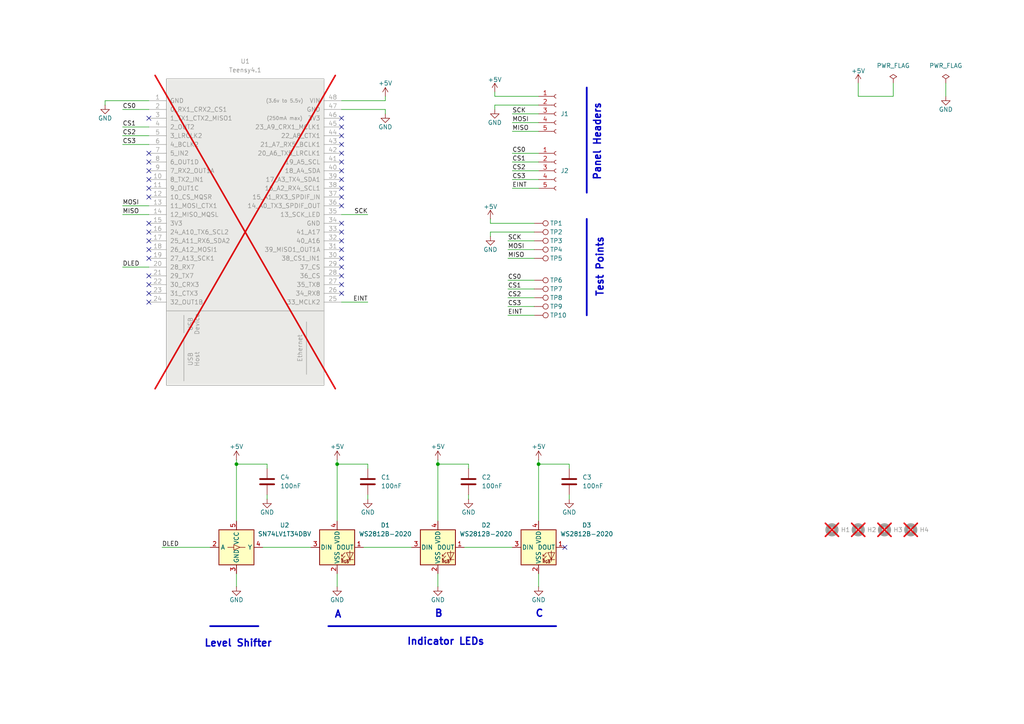
<source format=kicad_sch>
(kicad_sch (version 20250114) (generator "eeschema") (generator_version "9.0")
  (paper "A4")
  (title_block (title "${BoardName} V${Version}") (date "2025-10-02") (rev "${Revision}") (company "Reiser Lab"))
  (lib_symbols
    (symbol "Connector:Conn_01x05_Socket" (pin_names (offset 1.016) (hide yes))
      (property "Reference" "J" (at 0 7.62 0))
      (property "Value" "Conn_01x05_Socket" (at 0 -7.62 0))
      (symbol "Conn_01x05_Socket_1_1"
        (polyline (pts (xy -1.27 5.08) (xy -0.508 5.08)) (stroke (width 0.1524)))
        (polyline (pts (xy -1.27 2.54) (xy -0.508 2.54)) (stroke (width 0.1524)))
        (polyline (pts (xy -1.27 0) (xy -0.508 0)) (stroke (width 0.1524)))
        (polyline (pts (xy -1.27 -2.54) (xy -0.508 -2.54)) (stroke (width 0.1524)))
        (polyline (pts (xy -1.27 -5.08) (xy -0.508 -5.08)) (stroke (width 0.1524)))
        (arc (start 0 4.572) (mid -0.5058 5.08) (end 0 5.588) (stroke (width 0.1524)))
        (arc (start 0 2.032) (mid -0.5058 2.54) (end 0 3.048) (stroke (width 0.1524)))
        (arc (start 0 -0.508) (mid -0.5058 0) (end 0 0.508) (stroke (width 0.1524)))
        (arc (start 0 -3.048) (mid -0.5058 -2.54) (end 0 -2.032) (stroke (width 0.1524)))
        (arc (start 0 -5.588) (mid -0.5058 -5.08) (end 0 -4.572) (stroke (width 0.1524)))
        (pin passive line (at -5.08 5.08 0) (length 3.81) (name "Pin_1") (number "1"))
        (pin passive line (at -5.08 2.54 0) (length 3.81) (name "Pin_2") (number "2"))
        (pin passive line (at -5.08 0 0) (length 3.81) (name "Pin_3") (number "3"))
        (pin passive line (at -5.08 -2.54 0) (length 3.81) (name "Pin_4") (number "4"))
        (pin passive line (at -5.08 -5.08 0) (length 3.81) (name "Pin_5") (number "5"))
      )
    )
    (symbol "Connector:TestPoint" (pin_numbers (hide yes)) (pin_names (offset 0.762) (hide yes))
      (property "Reference" "TP" (at 0 6.858 0))
      (property "Value" "TestPoint" (at 0 5.08 0))
      (symbol "TestPoint_0_1"
        (circle (center 0 3.302) (radius 0.762))
      )
      (symbol "TestPoint_1_1"
        (pin passive line (at 0 0 90) (length 2.54) (name "1") (number "1"))
      )
    )
    (symbol "Device:C" (pin_numbers (hide yes)) (pin_names (offset 0.254))
      (property "Reference" "C" (at 0.635 2.54 0))
      (property "Value" "C" (at 0.635 -2.54 0))
      (symbol "C_0_1"
        (polyline (pts (xy -2.032 0.762) (xy 2.032 0.762)) (stroke (width 0.508)))
        (polyline (pts (xy -2.032 -0.762) (xy 2.032 -0.762)) (stroke (width 0.508)))
      )
      (symbol "C_1_1"
        (pin passive line (at 0 3.81 270) (length 2.794) (name "~") (number "1"))
        (pin passive line (at 0 -3.81 90) (length 2.794) (name "~") (number "2"))
      )
    )
    (symbol "LED:WS2812B-2020" (pin_names (offset 0.254))
      (property "Reference" "D" (at 5.08 5.715 0))
      (property "Value" "WS2812B-2020" (at 1.27 -5.715 0))
      (symbol "WS2812B-2020_0_0"
        (text "RGB" (at 2.286 -4.191 0) (effects (font (size 0.762 0.762))))
      )
      (symbol "WS2812B-2020_0_1"
        (polyline (pts (xy 1.27 -2.54) (xy 1.778 -2.54)))
        (polyline (pts (xy 1.27 -3.556) (xy 1.778 -3.556)))
        (polyline (pts (xy 2.286 -1.524) (xy 1.27 -2.54) (xy 1.27 -2.032)))
        (polyline (pts (xy 2.286 -2.54) (xy 1.27 -3.556) (xy 1.27 -3.048)))
        (polyline (pts (xy 3.683 -1.016) (xy 3.683 -3.556) (xy 3.683 -4.064)))
        (polyline (pts (xy 4.699 -1.524) (xy 2.667 -1.524) (xy 3.683 -3.556) (xy 4.699 -1.524)))
        (polyline (pts (xy 4.699 -3.556) (xy 2.667 -3.556)))
        (rectangle (start 5.08 5.08) (end -5.08 -5.08) (stroke (width 0.254)) (fill (type background)))
      )
      (symbol "WS2812B-2020_1_1"
        (pin input line (at -7.62 0 0) (length 2.54) (name "DIN") (number "3"))
        (pin power_in line (at 0 7.62 270) (length 2.54) (name "VDD") (number "4"))
        (pin power_in line (at 0 -7.62 90) (length 2.54) (name "VSS") (number "2"))
        (pin output line (at 7.62 0 180) (length 2.54) (name "DOUT") (number "1"))
      )
    )
    (symbol "Logic_LevelTranslator:SN74LV1T34DBV"
      (property "Reference" "U" (at 5.08 6.35 0))
      (property "Value" "SN74LV1T34DBV" (at 5.08 3.81 0))
      (symbol "SN74LV1T34DBV_0_1"
        (rectangle (start -5.08 5.08) (end 5.08 -5.08) (stroke (width 0.254)) (fill (type background)))
        (polyline (pts (xy -0.762 0) (xy -2.54 0)))
        (polyline (pts (xy 1.016 0) (xy 2.54 0)))
      )
      (symbol "SN74LV1T34DBV_1_1"
        (polyline (pts (xy -0.762 -0.762) (xy -0.762 0.762) (xy 1.016 0) (xy -0.762 -0.762)))
        (pin input line (at -7.62 0 0) (length 2.54) (name "A") (number "2"))
        (pin no_connect line (at -5.08 2.54 0) (length 2.54) (hide yes) (name "NC") (number "1"))
        (pin power_in line (at 0 7.62 270) (length 2.54) (name "VCC") (number "5"))
        (pin power_in line (at 0 -7.62 90) (length 2.54) (name "GND") (number "3"))
        (pin output line (at 7.62 0 180) (length 2.54) (name "Y") (number "4"))
      )
    )
    (symbol "Mechanical:MountingHole" (pin_names (offset 1.016)) (in_bom no)
      (property "Reference" "H" (at 0 5.08 0))
      (property "Value" "MountingHole" (at 0 3.175 0))
      (symbol "MountingHole_0_1"
        (circle (center 0 0) (radius 1.27) (stroke (width 1.27)))
      )
    )
    (symbol "power:+5V" (power) (pin_numbers (hide yes)) (pin_names (offset 0) (hide yes))
      (property "Value" "+5V" (at 0 3.556 0))
      (symbol "+5V_0_1"
        (polyline (pts (xy -0.762 1.27) (xy 0 2.54)))
        (polyline (pts (xy 0 2.54) (xy 0.762 1.27)))
        (polyline (pts (xy 0 0) (xy 0 2.54)))
      )
      (symbol "+5V_1_1"
        (pin power_in line (at 0 0 90) (length 0) (name "~") (number "1"))
      )
    )
    (symbol "power:GND" (power) (pin_numbers (hide yes)) (pin_names (offset 0) (hide yes))
      (property "Value" "GND" (at 0 -3.81 0))
      (symbol "GND_0_1"
        (polyline (pts (xy 0 0) (xy 0 -1.27) (xy 1.27 -1.27) (xy 0 -2.54) (xy -1.27 -1.27) (xy 0 -1.27)))
      )
      (symbol "GND_1_1"
        (pin power_in line (at 0 0 270) (length 0) (name "~") (number "1"))
      )
    )
    (symbol "power:PWR_FLAG" (power) (pin_numbers (hide yes)) (pin_names (offset 0) (hide yes))
      (property "Value" "PWR_FLAG" (at 0 3.81 0))
      (symbol "PWR_FLAG_0_0"
        (pin power_out line (at 0 0 90) (length 0) (name "~") (number "1"))
      )
      (symbol "PWR_FLAG_0_1"
        (polyline (pts (xy 0 0) (xy 0 1.27) (xy -1.016 1.905) (xy 0 2.54) (xy 1.016 1.905) (xy 0 1.27)))
      )
    )
    (symbol "teensy:Teensy4.1" (pin_names (offset 1.016))
      (property "Reference" "U" (at 0 64.77 0))
      (property "Value" "Teensy4.1" (at 0 62.23 0))
      (symbol "Teensy4.1_0_0"
        (polyline (pts (xy -22.86 -6.35) (xy 22.86 -6.35)))
        (polyline (pts (xy -17.78 -7.62) (xy -17.78 -12.7)))
        (polyline (pts (xy -17.78 -26.67) (xy -17.78 -13.97)))
        (polyline (pts (xy 17.78 -9.525) (xy 17.78 -24.765)))
        (text "USB" (at -15.875 -10.16 900) (effects (font (size 1.27 1.27))))
        (text "USB" (at -15.875 -20.32 900) (effects (font (size 1.27 1.27))))
        (text "Device" (at -13.97 -10.16 900) (effects (font (size 1.27 1.27))))
        (text "Host" (at -13.97 -20.32 900) (effects (font (size 1.27 1.27))))
        (text "(3.6v to 5.5v)" (at 11.43 54.61 0) (effects (font (size 1.016 1.016))))
        (text "(250mA max)" (at 11.43 49.53 0) (effects (font (size 1.016 1.016))))
        (text "Ethernet" (at 15.875 -17.145 900) (effects (font (size 1.27 1.27))))
        (pin bidirectional line (at -27.94 44.45 0) (length 5.08) (name "3_LRCLK2") (number "5"))
        (pin bidirectional line (at -27.94 41.91 0) (length 5.08) (name "4_BCLK2") (number "6"))
        (pin bidirectional line (at -27.94 39.37 0) (length 5.08) (name "5_IN2") (number "7"))
        (pin bidirectional line (at -27.94 36.83 0) (length 5.08) (name "6_OUT1D") (number "8"))
        (pin bidirectional line (at -27.94 34.29 0) (length 5.08) (name "7_RX2_OUT1A") (number "9"))
        (pin bidirectional line (at -27.94 31.75 0) (length 5.08) (name "8_TX2_IN1") (number "10"))
        (pin bidirectional line (at -27.94 29.21 0) (length 5.08) (name "9_OUT1C") (number "11"))
        (pin bidirectional line (at -27.94 26.67 0) (length 5.08) (name "10_CS_MQSR") (number "12"))
        (pin bidirectional line (at -27.94 24.13 0) (length 5.08) (name "11_MOSI_CTX1") (number "13"))
        (pin bidirectional line (at -27.94 21.59 0) (length 5.08) (name "12_MISO_MQSL") (number "14"))
        (pin power_in line (at -27.94 19.05 0) (length 5.08) (name "3V3") (number "15"))
        (pin bidirectional line (at -27.94 16.51 0) (length 5.08) (name "24_A10_TX6_SCL2") (number "16"))
        (pin bidirectional line (at -27.94 13.97 0) (length 5.08) (name "25_A11_RX6_SDA2") (number "17"))
        (pin bidirectional line (at -27.94 11.43 0) (length 5.08) (name "26_A12_MOSI1") (number "18"))
        (pin bidirectional line (at -27.94 8.89 0) (length 5.08) (name "27_A13_SCK1") (number "19"))
        (pin bidirectional line (at -27.94 6.35 0) (length 5.08) (name "28_RX7") (number "20"))
        (pin bidirectional line (at -27.94 3.81 0) (length 5.08) (name "29_TX7") (number "21"))
        (pin bidirectional line (at -27.94 1.27 0) (length 5.08) (name "30_CRX3") (number "22"))
        (pin bidirectional line (at -27.94 -1.27 0) (length 5.08) (name "31_CTX3") (number "23"))
        (pin bidirectional line (at -27.94 -3.81 0) (length 5.08) (name "32_OUT1B") (number "24"))
        (pin power_in line (at 27.94 54.61 180) (length 5.08) (name "VIN") (number "48"))
        (pin bidirectional line (at 27.94 46.99 180) (length 5.08) (name "23_A9_CRX1_MCLK1") (number "45"))
        (pin bidirectional line (at 27.94 44.45 180) (length 5.08) (name "22_A8_CTX1") (number "44"))
        (pin bidirectional line (at 27.94 41.91 180) (length 5.08) (name "21_A7_RX5_BCLK1") (number "43"))
        (pin bidirectional line (at 27.94 39.37 180) (length 5.08) (name "20_A6_TX5_LRCLK1") (number "42"))
        (pin bidirectional line (at 27.94 36.83 180) (length 5.08) (name "19_A5_SCL") (number "41"))
        (pin bidirectional line (at 27.94 34.29 180) (length 5.08) (name "18_A4_SDA") (number "40"))
        (pin bidirectional line (at 27.94 31.75 180) (length 5.08) (name "17_A3_TX4_SDA1") (number "39"))
        (pin bidirectional line (at 27.94 29.21 180) (length 5.08) (name "16_A2_RX4_SCL1") (number "38"))
        (pin bidirectional line (at 27.94 26.67 180) (length 5.08) (name "15_A1_RX3_SPDIF_IN") (number "37"))
        (pin bidirectional line (at 27.94 24.13 180) (length 5.08) (name "14_A0_TX3_SPDIF_OUT") (number "36"))
        (pin bidirectional line (at 27.94 21.59 180) (length 5.08) (name "13_SCK_LED") (number "35"))
        (pin bidirectional line (at 27.94 16.51 180) (length 5.08) (name "41_A17") (number "33"))
        (pin bidirectional line (at 27.94 13.97 180) (length 5.08) (name "40_A16") (number "32"))
        (pin bidirectional line (at 27.94 11.43 180) (length 5.08) (name "39_MISO1_OUT1A") (number "31"))
        (pin bidirectional line (at 27.94 8.89 180) (length 5.08) (name "38_CS1_IN1") (number "30"))
        (pin bidirectional line (at 27.94 6.35 180) (length 5.08) (name "37_CS") (number "29"))
        (pin bidirectional line (at 27.94 3.81 180) (length 5.08) (name "36_CS") (number "28"))
        (pin bidirectional line (at 27.94 1.27 180) (length 5.08) (name "35_TX8") (number "27"))
        (pin bidirectional line (at 27.94 -1.27 180) (length 5.08) (name "34_RX8") (number "26"))
        (pin bidirectional line (at 27.94 -3.81 180) (length 5.08) (name "33_MCLK2") (number "25"))
      )
      (symbol "Teensy4.1_0_1"
        (rectangle (start -20.32 -1.27) (end -20.32 -1.27))
      )
      (symbol "Teensy4.1_1_0"
        (pin power_in line (at 27.94 52.07 180) (length 5.08) (name "GND") (number "47"))
        (pin power_out line (at 27.94 49.53 180) (length 5.08) (name "3V3") (number "46"))
      )
      (symbol "Teensy4.1_1_1"
        (rectangle (start -22.86 60.96) (end 22.86 -27.94) (fill (type background)))
        (pin power_in line (at -27.94 54.61 0) (length 5.08) (name "GND") (number "1"))
        (pin bidirectional line (at -27.94 52.07 0) (length 5.08) (name "0_RX1_CRX2_CS1") (number "2"))
        (pin bidirectional line (at -27.94 49.53 0) (length 5.08) (name "1_TX1_CTX2_MISO1") (number "3"))
        (pin bidirectional line (at -27.94 46.99 0) (length 5.08) (name "2_OUT2") (number "4"))
        (pin power_in line (at 27.94 19.05 180) (length 5.08) (name "GND") (number "34"))
      )
    )
  )
  (text "Test Points" (at 173.99 77.47 90) (effects (font (size 2.032 2.032) (thickness 0.4064) (bold yes))))
  (text "C" (at 156.464 178.054 0) (effects (font (size 2.032 2.032) (thickness 0.4064) (bold yes))))
  (text "Indicator LEDs" (at 129.286 186.182 0) (effects (font (size 2.032 2.032) (thickness 0.4064) (bold yes))))
  (text "B" (at 127.254 178.054 0) (effects (font (size 2.032 2.032) (thickness 0.4064) (bold yes))))
  (text "Panel Headers" (at 173.228 41.148 90) (effects (font (size 2.032 2.032) (thickness 0.4064) (bold yes))))
  (text "A" (at 98.044 178.308 0) (effects (font (size 2.032 2.032) (thickness 0.4064) (bold yes))))
  (text "Level Shifter" (at 69.088 186.69 0) (effects (font (size 2.032 2.032) (thickness 0.4064) (bold yes))))
  (junction (at 97.79 134.62))
  (junction (at 156.21 134.62))
  (junction (at 127 134.62))
  (junction (at 68.58 134.62))
  (no_connect (at 99.06 77.47))
  (no_connect (at 99.06 69.85))
  (no_connect (at 43.18 72.39))
  (no_connect (at 43.18 87.63))
  (no_connect (at 43.18 64.77))
  (no_connect (at 99.06 39.37))
  (no_connect (at 99.06 59.69))
  (no_connect (at 99.06 54.61))
  (no_connect (at 99.06 41.91))
  (no_connect (at 99.06 85.09))
  (no_connect (at 99.06 64.77))
  (no_connect (at 99.06 52.07))
  (no_connect (at 43.18 69.85))
  (no_connect (at 43.18 46.99))
  (no_connect (at 43.18 74.93))
  (no_connect (at 99.06 46.99))
  (no_connect (at 43.18 52.07))
  (no_connect (at 99.06 72.39))
  (no_connect (at 99.06 67.31))
  (no_connect (at 43.18 82.55))
  (no_connect (at 99.06 44.45))
  (no_connect (at 99.06 80.01))
  (no_connect (at 43.18 49.53))
  (no_connect (at 43.18 44.45))
  (no_connect (at 43.18 67.31))
  (no_connect (at 99.06 82.55))
  (no_connect (at 43.18 80.01))
  (no_connect (at 99.06 57.15))
  (no_connect (at 163.83 158.75))
  (no_connect (at 99.06 74.93))
  (no_connect (at 99.06 49.53))
  (no_connect (at 43.18 85.09))
  (no_connect (at 99.06 36.83))
  (no_connect (at 99.06 34.29))
  (no_connect (at 43.18 34.29))
  (no_connect (at 43.18 54.61))
  (no_connect (at 43.18 57.15))
  (wire (pts (xy 148.59 38.1) (xy 156.21 38.1)))
  (wire (pts (xy 147.32 69.85) (xy 154.94 69.85)))
  (wire (pts (xy 148.59 54.61) (xy 156.21 54.61)))
  (wire (pts (xy 156.21 134.62) (xy 165.1 134.62)))
  (wire (pts (xy 35.56 59.69) (xy 43.18 59.69)))
  (wire (pts (xy 148.59 44.45) (xy 156.21 44.45)))
  (wire (pts (xy 142.24 67.31) (xy 142.24 68.58)))
  (wire (pts (xy 147.32 81.28) (xy 154.94 81.28)))
  (wire (pts (xy 135.89 134.62) (xy 135.89 135.89)))
  (wire (pts (xy 165.1 134.62) (xy 165.1 135.89)))
  (wire (pts (xy 77.47 143.51) (xy 77.47 144.78)))
  (wire (pts (xy 97.79 166.37) (xy 97.79 170.18)))
  (wire (pts (xy 99.06 62.23) (xy 106.68 62.23)))
  (wire (pts (xy 259.08 24.13) (xy 259.08 27.94)))
  (wire (pts (xy 156.21 133.35) (xy 156.21 134.62)))
  (wire (pts (xy 99.06 87.63) (xy 106.68 87.63)))
  (wire (pts (xy 127 133.35) (xy 127 134.62)))
  (wire (pts (xy 105.41 158.75) (xy 119.38 158.75)))
  (wire (pts (xy 248.92 24.13) (xy 248.92 27.94)))
  (wire (pts (xy 143.51 30.48) (xy 143.51 31.75)))
  (wire (pts (xy 97.79 133.35) (xy 97.79 134.62)))
  (wire (pts (xy 127 166.37) (xy 127 170.18)))
  (wire (pts (xy 111.76 31.75) (xy 99.06 31.75)))
  (wire (pts (xy 147.32 88.9) (xy 154.94 88.9)))
  (wire (pts (xy 111.76 31.75) (xy 111.76 33.02)))
  (wire (pts (xy 147.32 83.82) (xy 154.94 83.82)))
  (wire (pts (xy 127 134.62) (xy 135.89 134.62)))
  (polyline (pts (xy 170.18 25.4) (xy 170.18 55.88)) (stroke (width 0.508) (type solid)))
  (wire (pts (xy 148.59 46.99) (xy 156.21 46.99)))
  (polyline (pts (xy 170.18 63.5) (xy 170.18 91.44)) (stroke (width 0.508) (type solid)))
  (wire (pts (xy 156.21 134.62) (xy 156.21 151.13)))
  (wire (pts (xy 97.79 134.62) (xy 106.68 134.62)))
  (wire (pts (xy 46.99 158.75) (xy 60.96 158.75)))
  (wire (pts (xy 148.59 35.56) (xy 156.21 35.56)))
  (wire (pts (xy 154.94 64.77) (xy 142.24 64.77)))
  (wire (pts (xy 35.56 77.47) (xy 43.18 77.47)))
  (wire (pts (xy 68.58 134.62) (xy 68.58 151.13)))
  (wire (pts (xy 30.48 29.21) (xy 30.48 30.48)))
  (wire (pts (xy 147.32 72.39) (xy 154.94 72.39)))
  (wire (pts (xy 134.62 158.75) (xy 148.59 158.75)))
  (wire (pts (xy 148.59 49.53) (xy 156.21 49.53)))
  (wire (pts (xy 147.32 91.44) (xy 154.94 91.44)))
  (wire (pts (xy 148.59 33.02) (xy 156.21 33.02)))
  (wire (pts (xy 35.56 39.37) (xy 43.18 39.37)))
  (wire (pts (xy 35.56 31.75) (xy 43.18 31.75)))
  (wire (pts (xy 143.51 30.48) (xy 156.21 30.48)))
  (polyline (pts (xy 60.96 181.61) (xy 74.93 181.61)) (stroke (width 0.508) (type solid)))
  (wire (pts (xy 274.32 24.13) (xy 274.32 27.94)))
  (wire (pts (xy 143.51 26.67) (xy 143.51 27.94)))
  (wire (pts (xy 147.32 74.93) (xy 154.94 74.93)))
  (wire (pts (xy 165.1 143.51) (xy 165.1 144.78)))
  (wire (pts (xy 135.89 143.51) (xy 135.89 144.78)))
  (wire (pts (xy 77.47 134.62) (xy 77.47 135.89)))
  (wire (pts (xy 99.06 29.21) (xy 111.76 29.21)))
  (wire (pts (xy 147.32 86.36) (xy 154.94 86.36)))
  (wire (pts (xy 76.2 158.75) (xy 90.17 158.75)))
  (wire (pts (xy 148.59 52.07) (xy 156.21 52.07)))
  (wire (pts (xy 35.56 36.83) (xy 43.18 36.83)))
  (polyline (pts (xy 95.25 181.61) (xy 161.29 181.61)) (stroke (width 0.508) (type solid)))
  (wire (pts (xy 106.68 143.51) (xy 106.68 144.78)))
  (wire (pts (xy 111.76 27.94) (xy 111.76 29.21)))
  (wire (pts (xy 35.56 62.23) (xy 43.18 62.23)))
  (wire (pts (xy 259.08 27.94) (xy 248.92 27.94)))
  (wire (pts (xy 97.79 134.62) (xy 97.79 151.13)))
  (wire (pts (xy 68.58 166.37) (xy 68.58 170.18)))
  (wire (pts (xy 68.58 134.62) (xy 77.47 134.62)))
  (wire (pts (xy 35.56 41.91) (xy 43.18 41.91)))
  (wire (pts (xy 142.24 67.31) (xy 154.94 67.31)))
  (wire (pts (xy 30.48 29.21) (xy 43.18 29.21)))
  (wire (pts (xy 142.24 63.5) (xy 142.24 64.77)))
  (wire (pts (xy 156.21 166.37) (xy 156.21 170.18)))
  (wire (pts (xy 156.21 27.94) (xy 143.51 27.94)))
  (wire (pts (xy 127 134.62) (xy 127 151.13)))
  (wire (pts (xy 106.68 134.62) (xy 106.68 135.89)))
  (wire (pts (xy 68.58 133.35) (xy 68.58 134.62)))
  (label "EINT" (at 148.59 54.61 0))
  (label "SCK" (at 106.68 62.23 180))
  (label "EINT" (at 106.68 87.63 180))
  (label "DLED" (at 46.99 158.75 0))
  (label "MISO" (at 147.32 74.93 0))
  (label "CS2" (at 35.56 39.37 0))
  (label "EINT" (at 147.32 91.44 0))
  (label "SCK" (at 147.32 69.85 0))
  (label "CS2" (at 148.59 49.53 0))
  (label "CS2" (at 147.32 86.36 0))
  (label "CS0" (at 147.32 81.28 0))
  (label "MISO" (at 148.59 38.1 0))
  (label "SCK" (at 148.59 33.02 0))
  (label "CS0" (at 148.59 44.45 0))
  (label "CS3" (at 148.59 52.07 0))
  (label "CS1" (at 147.32 83.82 0))
  (label "CS3" (at 147.32 88.9 0))
  (label "CS1" (at 148.59 46.99 0))
  (label "MISO" (at 35.56 62.23 0))
  (label "CS3" (at 35.56 41.91 0))
  (label "DLED" (at 35.56 77.47 0))
  (label "MOSI" (at 147.32 72.39 0))
  (label "MOSI" (at 148.59 35.56 0))
  (label "MOSI" (at 35.56 59.69 0))
  (label "CS1" (at 35.56 36.83 0))
  (label "CS0" (at 35.56 31.75 0))
  (symbol (lib_id "Device:C") (at 165.1 139.7 0) (unit 1)
    (property "Reference" "C3" (at 168.91 138.4299 0) (effects (justify left)))
    (property "Value" "100nF" (at 168.91 140.9699 0) (effects (justify left)))
    (property "Footprint" "Capacitor_SMD:C_0402_1005Metric" (effects (hide yes)))
    (property "Description" "Unpolarized capacitor" (effects (hide yes)))
    (property "LCSC Part #" "C1525" (effects (hide yes)))
  )
  (symbol (lib_id "Mechanical:MountingHole") (at 264.16 153.67 0) (unit 1) (in_bom no) (dnp yes)
    (property "Reference" "H4" (at 266.7 153.6699 0) (effects (justify left)))
    (property "Value" "MountingHole" (effects (hide yes)))
    (property "Footprint" "MountingHole:MountingHole_3.2mm_M3" (effects (hide yes)))
    (property "Description" "Mounting Hole without connection" (effects (hide yes)))
  )
  (symbol (lib_id "power:GND") (at 142.24 68.58 0) (unit 1)
    (property "Reference" "#PWR015" (effects (hide yes)))
    (property "Value" "GND" (at 142.24 72.39 0))
    (property "Description" "Power symbol creates a global label with name \"GND\" , ground" (effects (hide yes)))
  )
  (symbol (lib_id "LED:WS2812B-2020") (at 156.21 158.75 0) (unit 1)
    (property "Reference" "D3" (at 170.18 152.3298 0))
    (property "Value" "WS2812B-2020" (at 170.18 154.8698 0))
    (property "Footprint" "LED_SMD:LED_WS2812B-2020_PLCC4_2.0x2.0mm" (effects (hide yes)))
    (property "Datasheet" "https://cdn-shop.adafruit.com/product-files/4684/4684_WS2812B-2020_V1.3_EN.pdf" (effects (hide yes)))
    (property "Description" "RGB LED with integrated controller, 2.0 x 2.0 mm, 12 mA" (effects (hide yes)))
    (property "LCSC Part #" "C965555" (effects (hide yes)))
  )
  (symbol (lib_id "Connector:TestPoint") (at 154.94 81.28 270) (unit 1)
    (property "Reference" "TP6" (at 159.512 81.28 90) (effects (justify left)))
    (property "Value" "TestPoint" (effects (hide yes)))
    (property "Footprint" "TestPoint:TestPoint_THTPad_D2.0mm_Drill1.0mm" (effects (hide yes)))
    (property "Description" "test point" (effects (hide yes)))
    (property "LCSC Part #" "C238122" (effects (hide yes)))
  )
  (symbol (lib_id "power:+5V") (at 248.92 24.13 0) (mirror y) (unit 1)
    (property "Reference" "#PWR013" (effects (hide yes)))
    (property "Value" "+5V" (at 248.92 20.574 0))
    (property "Description" "Power symbol creates a global label with name \"+5V\"" (effects (hide yes)))
  )
  (symbol (lib_id "LED:WS2812B-2020") (at 127 158.75 0) (unit 1)
    (property "Reference" "D2" (at 140.97 152.3298 0))
    (property "Value" "WS2812B-2020" (at 140.97 154.8698 0))
    (property "Footprint" "LED_SMD:LED_WS2812B-2020_PLCC4_2.0x2.0mm" (effects (hide yes)))
    (property "Datasheet" "https://cdn-shop.adafruit.com/product-files/4684/4684_WS2812B-2020_V1.3_EN.pdf" (effects (hide yes)))
    (property "Description" "RGB LED with integrated controller, 2.0 x 2.0 mm, 12 mA" (effects (hide yes)))
    (property "LCSC Part #" "C965555" (effects (hide yes)))
  )
  (symbol (lib_id "power:GND") (at 111.76 33.02 0) (mirror y) (unit 1)
    (property "Reference" "#PWR012" (effects (hide yes)))
    (property "Value" "GND" (at 111.76 36.83 0))
    (property "Description" "Power symbol creates a global label with name \"GND\" , ground" (effects (hide yes)))
  )
  (symbol (lib_id "Connector:Conn_01x05_Socket") (at 161.29 49.53 0) (unit 1)
    (property "Reference" "J2" (at 162.56 49.5299 0) (effects (justify left)))
    (property "Value" "Conn_01x05_Socket" (effects (hide yes)))
    (property "Footprint" "Connector_PinHeader_2.54mm:PinHeader_1x05_P2.54mm_Vertical" (effects (hide yes)))
    (property "Description" "Generic connector, single row, 01x05, script generated" (effects (hide yes)))
    (property "LCSC Part #" "C50950" (effects (hide yes)))
    (property "FT Rotation Offset" "-90" (effects (hide yes)))
  )
  (symbol (lib_id "Connector:TestPoint") (at 154.94 86.36 270) (unit 1)
    (property "Reference" "TP8" (at 159.512 86.36 90) (effects (justify left)))
    (property "Value" "TestPoint" (effects (hide yes)))
    (property "Footprint" "TestPoint:TestPoint_THTPad_D2.0mm_Drill1.0mm" (effects (hide yes)))
    (property "Description" "test point" (effects (hide yes)))
    (property "LCSC Part #" "C238122" (effects (hide yes)))
  )
  (symbol (lib_id "Connector:TestPoint") (at 154.94 69.85 270) (unit 1)
    (property "Reference" "TP3" (at 159.512 69.85 90) (effects (justify left)))
    (property "Value" "TestPoint" (effects (hide yes)))
    (property "Footprint" "TestPoint:TestPoint_THTPad_D2.0mm_Drill1.0mm" (effects (hide yes)))
    (property "Description" "test point" (effects (hide yes)))
    (property "LCSC Part #" "C238122" (effects (hide yes)))
  )
  (symbol (lib_id "power:GND") (at 30.48 30.48 0) (unit 1)
    (property "Reference" "#PWR01" (effects (hide yes)))
    (property "Value" "GND" (at 30.48 34.29 0))
    (property "Description" "Power symbol creates a global label with name \"GND\" , ground" (effects (hide yes)))
  )
  (symbol (lib_id "Connector:TestPoint") (at 154.94 72.39 270) (unit 1)
    (property "Reference" "TP4" (at 159.512 72.39 90) (effects (justify left)))
    (property "Value" "TestPoint" (effects (hide yes)))
    (property "Footprint" "TestPoint:TestPoint_THTPad_D2.0mm_Drill1.0mm" (effects (hide yes)))
    (property "Description" "test point" (effects (hide yes)))
    (property "LCSC Part #" "C238122" (effects (hide yes)))
  )
  (symbol (lib_id "Device:C") (at 135.89 139.7 0) (unit 1)
    (property "Reference" "C2" (at 139.7 138.4299 0) (effects (justify left)))
    (property "Value" "100nF" (at 139.7 140.9699 0) (effects (justify left)))
    (property "Footprint" "Capacitor_SMD:C_0402_1005Metric" (effects (hide yes)))
    (property "Description" "Unpolarized capacitor" (effects (hide yes)))
    (property "LCSC Part #" "C1525" (effects (hide yes)))
  )
  (symbol (lib_id "LED:WS2812B-2020") (at 97.79 158.75 0) (unit 1)
    (property "Reference" "D1" (at 111.76 152.3298 0))
    (property "Value" "WS2812B-2020" (at 111.76 154.8698 0))
    (property "Footprint" "LED_SMD:LED_WS2812B-2020_PLCC4_2.0x2.0mm" (effects (hide yes)))
    (property "Datasheet" "https://cdn-shop.adafruit.com/product-files/4684/4684_WS2812B-2020_V1.3_EN.pdf" (effects (hide yes)))
    (property "Description" "RGB LED with integrated controller, 2.0 x 2.0 mm, 12 mA" (effects (hide yes)))
    (property "LCSC Part #" "C965555" (effects (hide yes)))
  )
  (symbol (lib_id "Connector:TestPoint") (at 154.94 91.44 270) (unit 1)
    (property "Reference" "TP10" (at 159.512 91.44 90) (effects (justify left)))
    (property "Value" "TestPoint" (effects (hide yes)))
    (property "Footprint" "TestPoint:TestPoint_THTPad_D2.0mm_Drill1.0mm" (effects (hide yes)))
    (property "Description" "test point" (effects (hide yes)))
    (property "LCSC Part #" "C238122" (effects (hide yes)))
  )
  (symbol (lib_id "power:+5V") (at 68.58 133.35 0) (unit 1)
    (property "Reference" "#PWR020" (effects (hide yes)))
    (property "Value" "+5V" (at 68.58 129.54 0))
    (property "Description" "Power symbol creates a global label with name \"+5V\"" (effects (hide yes)))
  )
  (symbol (lib_id "power:+5V") (at 111.76 27.94 0) (unit 1)
    (property "Reference" "#PWR011" (effects (hide yes)))
    (property "Value" "+5V" (at 111.76 24.13 0))
    (property "Description" "Power symbol creates a global label with name \"+5V\"" (effects (hide yes)))
  )
  (symbol (lib_id "power:PWR_FLAG") (at 259.08 24.13 0) (unit 1)
    (property "Reference" "#FLG01" (effects (hide yes)))
    (property "Value" "PWR_FLAG" (at 259.08 19.05 0))
    (property "Description" "Special symbol for telling ERC where power comes from" (effects (hide yes)))
  )
  (symbol (lib_id "power:GND") (at 274.32 27.94 0) (unit 1)
    (property "Reference" "#PWR018" (effects (hide yes)))
    (property "Value" "GND" (at 274.32 31.75 0))
    (property "Description" "Power symbol creates a global label with name \"GND\" , ground" (effects (hide yes)))
  )
  (symbol (lib_id "power:GND") (at 135.89 144.78 0) (unit 1)
    (property "Reference" "#PWR07" (effects (hide yes)))
    (property "Value" "GND" (at 135.89 148.59 0))
    (property "Description" "Power symbol creates a global label with name \"GND\" , ground" (effects (hide yes)))
  )
  (symbol (lib_id "power:GND") (at 127 170.18 0) (unit 1)
    (property "Reference" "#PWR06" (effects (hide yes)))
    (property "Value" "GND" (at 127 173.99 0))
    (property "Description" "Power symbol creates a global label with name \"GND\" , ground" (effects (hide yes)))
  )
  (symbol (lib_id "Connector:TestPoint") (at 154.94 67.31 270) (unit 1)
    (property "Reference" "TP2" (at 159.512 67.31 90) (effects (justify left)))
    (property "Value" "TestPoint" (effects (hide yes)))
    (property "Footprint" "TestPoint:TestPoint_THTPad_D2.0mm_Drill1.0mm" (effects (hide yes)))
    (property "Description" "test point" (effects (hide yes)))
    (property "LCSC Part #" "C238122" (effects (hide yes)))
  )
  (symbol (lib_id "power:GND") (at 106.68 144.78 0) (unit 1)
    (property "Reference" "#PWR04" (effects (hide yes)))
    (property "Value" "GND" (at 106.68 148.59 0))
    (property "Description" "Power symbol creates a global label with name \"GND\" , ground" (effects (hide yes)))
  )
  (symbol (lib_id "Device:C") (at 77.47 139.7 0) (unit 1)
    (property "Reference" "C4" (at 81.28 138.4299 0) (effects (justify left)))
    (property "Value" "100nF" (at 81.28 140.9699 0) (effects (justify left)))
    (property "Footprint" "Capacitor_SMD:C_0402_1005Metric" (effects (hide yes)))
    (property "Description" "Unpolarized capacitor" (effects (hide yes)))
    (property "LCSC Part #" "C1525" (effects (hide yes)))
  )
  (symbol (lib_id "power:+5V") (at 143.51 26.67 0) (mirror y) (unit 1)
    (property "Reference" "#PWR016" (effects (hide yes)))
    (property "Value" "+5V" (at 143.51 23.114 0))
    (property "Description" "Power symbol creates a global label with name \"+5V\"" (effects (hide yes)))
  )
  (symbol (lib_id "power:+5V") (at 142.24 63.5 0) (mirror y) (unit 1)
    (property "Reference" "#PWR014" (effects (hide yes)))
    (property "Value" "+5V" (at 142.24 59.944 0))
    (property "Description" "Power symbol creates a global label with name \"+5V\"" (effects (hide yes)))
  )
  (symbol (lib_id "Connector:TestPoint") (at 154.94 74.93 270) (unit 1)
    (property "Reference" "TP5" (at 159.512 74.93 90) (effects (justify left)))
    (property "Value" "TestPoint" (effects (hide yes)))
    (property "Footprint" "TestPoint:TestPoint_THTPad_D2.0mm_Drill1.0mm" (effects (hide yes)))
    (property "Description" "test point" (effects (hide yes)))
    (property "LCSC Part #" "C238122" (effects (hide yes)))
  )
  (symbol (lib_id "power:+5V") (at 156.21 133.35 0) (unit 1)
    (property "Reference" "#PWR08" (effects (hide yes)))
    (property "Value" "+5V" (at 156.21 129.54 0))
    (property "Description" "Power symbol creates a global label with name \"+5V\"" (effects (hide yes)))
  )
  (symbol (lib_id "Mechanical:MountingHole") (at 241.3 153.67 0) (unit 1) (in_bom no) (dnp yes)
    (property "Reference" "H1" (at 243.84 153.6699 0) (effects (justify left)))
    (property "Value" "MountingHole" (effects (hide yes)))
    (property "Footprint" "MountingHole:MountingHole_3.2mm_M3" (effects (hide yes)))
    (property "Description" "Mounting Hole without connection" (effects (hide yes)))
  )
  (symbol (lib_id "power:GND") (at 97.79 170.18 0) (unit 1)
    (property "Reference" "#PWR03" (effects (hide yes)))
    (property "Value" "GND" (at 97.79 173.99 0))
    (property "Description" "Power symbol creates a global label with name \"GND\" , ground" (effects (hide yes)))
  )
  (symbol (lib_id "Connector:TestPoint") (at 154.94 88.9 270) (unit 1)
    (property "Reference" "TP9" (at 159.512 88.9 90) (effects (justify left)))
    (property "Value" "TestPoint" (effects (hide yes)))
    (property "Footprint" "TestPoint:TestPoint_THTPad_D2.0mm_Drill1.0mm" (effects (hide yes)))
    (property "Description" "test point" (effects (hide yes)))
    (property "LCSC Part #" "C238122" (effects (hide yes)))
  )
  (symbol (lib_id "power:GND") (at 156.21 170.18 0) (unit 1)
    (property "Reference" "#PWR09" (effects (hide yes)))
    (property "Value" "GND" (at 156.21 173.99 0))
    (property "Description" "Power symbol creates a global label with name \"GND\" , ground" (effects (hide yes)))
  )
  (symbol (lib_id "Device:C") (at 106.68 139.7 0) (unit 1)
    (property "Reference" "C1" (at 110.49 138.4299 0) (effects (justify left)))
    (property "Value" "100nF" (at 110.49 140.9699 0) (effects (justify left)))
    (property "Footprint" "Capacitor_SMD:C_0402_1005Metric" (effects (hide yes)))
    (property "Description" "Unpolarized capacitor" (effects (hide yes)))
    (property "LCSC Part #" "C1525" (effects (hide yes)))
  )
  (symbol (lib_id "power:GND") (at 68.58 170.18 0) (unit 1)
    (property "Reference" "#PWR019" (effects (hide yes)))
    (property "Value" "GND" (at 68.58 173.99 0))
    (property "Description" "Power symbol creates a global label with name \"GND\" , ground" (effects (hide yes)))
  )
  (symbol (lib_id "Logic_LevelTranslator:SN74LV1T34DBV") (at 68.58 158.75 0) (unit 1)
    (property "Reference" "U2" (at 82.55 152.3298 0))
    (property "Value" "SN74LV1T34DBV" (at 82.55 154.8698 0))
    (property "Footprint" "Package_TO_SOT_SMD:SOT-23-5" (effects (hide yes)))
    (property "Datasheet" "https://www.ti.com/lit/ds/symlink/sn74lv1t34.pdf" (effects (hide yes)))
    (property "Description" "Single Power Supply, Single Buffer GATE, CMOS Logic, Level Shifter, SOT-23-5" (effects (hide yes)))
    (property "LCSC Part #" "C100024" (effects (hide yes)))
  )
  (symbol (lib_id "Mechanical:MountingHole") (at 248.92 153.67 0) (unit 1) (in_bom no) (dnp yes)
    (property "Reference" "H2" (at 251.46 153.6699 0) (effects (justify left)))
    (property "Value" "MountingHole" (effects (hide yes)))
    (property "Footprint" "MountingHole:MountingHole_3.2mm_M3" (effects (hide yes)))
    (property "Description" "Mounting Hole without connection" (effects (hide yes)))
  )
  (symbol (lib_id "power:GND") (at 165.1 144.78 0) (unit 1)
    (property "Reference" "#PWR010" (effects (hide yes)))
    (property "Value" "GND" (at 165.1 148.59 0))
    (property "Description" "Power symbol creates a global label with name \"GND\" , ground" (effects (hide yes)))
  )
  (symbol (lib_id "Connector:Conn_01x05_Socket") (at 161.29 33.02 0) (unit 1)
    (property "Reference" "J1" (at 162.56 33.0199 0) (effects (justify left)))
    (property "Value" "Conn_01x05_Socket" (effects (hide yes)))
    (property "Footprint" "Connector_PinHeader_2.54mm:PinHeader_1x05_P2.54mm_Vertical" (effects (hide yes)))
    (property "Description" "Generic connector, single row, 01x05, script generated" (effects (hide yes)))
    (property "LCSC Part #" "C50950" (effects (hide yes)))
    (property "FT Rotation Offset" "-90" (effects (hide yes)))
  )
  (symbol (lib_id "power:GND") (at 143.51 31.75 0) (unit 1)
    (property "Reference" "#PWR017" (effects (hide yes)))
    (property "Value" "GND" (at 143.51 35.56 0))
    (property "Description" "Power symbol creates a global label with name \"GND\" , ground" (effects (hide yes)))
  )
  (symbol (lib_id "power:+5V") (at 97.79 133.35 0) (unit 1)
    (property "Reference" "#PWR02" (effects (hide yes)))
    (property "Value" "+5V" (at 97.79 129.54 0))
    (property "Description" "Power symbol creates a global label with name \"+5V\"" (effects (hide yes)))
  )
  (symbol (lib_id "Connector:TestPoint") (at 154.94 64.77 270) (unit 1)
    (property "Reference" "TP1" (at 159.512 64.77 90) (effects (justify left)))
    (property "Value" "TestPoint" (effects (hide yes)))
    (property "Footprint" "TestPoint:TestPoint_THTPad_D2.0mm_Drill1.0mm" (effects (hide yes)))
    (property "Description" "test point" (effects (hide yes)))
    (property "LCSC Part #" "C238122" (effects (hide yes)))
  )
  (symbol (lib_id "Connector:TestPoint") (at 154.94 83.82 270) (unit 1)
    (property "Reference" "TP7" (at 159.512 83.82 90) (effects (justify left)))
    (property "Value" "TestPoint" (effects (hide yes)))
    (property "Footprint" "TestPoint:TestPoint_THTPad_D2.0mm_Drill1.0mm" (effects (hide yes)))
    (property "Description" "test point" (effects (hide yes)))
    (property "LCSC Part #" "C238122" (effects (hide yes)))
  )
  (symbol (lib_id "teensy:Teensy4.1") (at 71.12 83.82 0) (unit 1) (in_bom no) (dnp yes)
    (property "Reference" "U1" (at 71.12 17.78 0))
    (property "Value" "Teensy4.1" (at 71.12 20.32 0))
    (property "Footprint" "teensy:Teensy41_outer_only" (effects (hide yes)))
  )
  (symbol (lib_id "Mechanical:MountingHole") (at 256.54 153.67 0) (unit 1) (in_bom no) (dnp yes)
    (property "Reference" "H3" (at 259.08 153.6699 0) (effects (justify left)))
    (property "Value" "MountingHole" (effects (hide yes)))
    (property "Footprint" "MountingHole:MountingHole_3.2mm_M3" (effects (hide yes)))
    (property "Description" "Mounting Hole without connection" (effects (hide yes)))
  )
  (symbol (lib_id "power:PWR_FLAG") (at 274.32 24.13 0) (unit 1)
    (property "Reference" "#FLG02" (effects (hide yes)))
    (property "Value" "PWR_FLAG" (at 274.32 19.05 0))
    (property "Description" "Special symbol for telling ERC where power comes from" (effects (hide yes)))
  )
  (symbol (lib_id "power:GND") (at 77.47 144.78 0) (unit 1)
    (property "Reference" "#PWR021" (effects (hide yes)))
    (property "Value" "GND" (at 77.47 148.59 0))
    (property "Description" "Power symbol creates a global label with name \"GND\" , ground" (effects (hide yes)))
  )
  (symbol (lib_id "power:+5V") (at 127 133.35 0) (unit 1)
    (property "Reference" "#PWR05" (effects (hide yes)))
    (property "Value" "+5V" (at 127 129.54 0))
    (property "Description" "Power symbol creates a global label with name \"+5V\"" (effects (hide yes)))
  )
)
</source>
